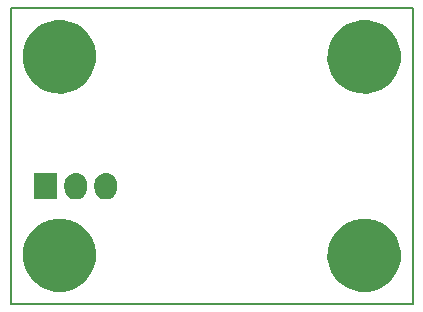
<source format=gbs>
G04 #@! TF.FileFunction,Soldermask,Bot*
%FSLAX46Y46*%
G04 Gerber Fmt 4.6, Leading zero omitted, Abs format (unit mm)*
G04 Created by KiCad (PCBNEW 4.0.1-stable) date 2016/03/05 14:46:34*
%MOMM*%
G01*
G04 APERTURE LIST*
%ADD10C,0.100000*%
%ADD11C,0.150000*%
G04 APERTURE END LIST*
D10*
D11*
X0Y25000000D02*
X34000000Y25000000D01*
X0Y0D02*
X0Y25000000D01*
X34000000Y0D02*
X34000000Y25000000D01*
X0Y0D02*
X34000000Y0D01*
D10*
G36*
X4425578Y7197677D02*
X5021055Y7075443D01*
X5581444Y6839877D01*
X6085409Y6499949D01*
X6513752Y6068605D01*
X6850153Y5562281D01*
X7081801Y5000261D01*
X7199807Y4404289D01*
X7199807Y4404279D01*
X7199873Y4403945D01*
X7190177Y3709620D01*
X7190101Y3709286D01*
X7190101Y3709274D01*
X7055504Y3116837D01*
X6808251Y2561500D01*
X6457844Y2064766D01*
X6017622Y1645549D01*
X5504367Y1319828D01*
X4937615Y1099998D01*
X4338962Y994440D01*
X3731205Y1007170D01*
X3137488Y1137707D01*
X2580444Y1381074D01*
X2081275Y1728005D01*
X1658997Y2165288D01*
X1329700Y2676256D01*
X1105920Y3241459D01*
X996183Y3839368D01*
X1004671Y4447198D01*
X1131058Y5041802D01*
X1370533Y5600538D01*
X1713971Y6102116D01*
X2148293Y6527437D01*
X2656953Y6860295D01*
X3220580Y7088015D01*
X3817700Y7201921D01*
X4425578Y7197677D01*
X4425578Y7197677D01*
G37*
G36*
X30225578Y7197677D02*
X30821055Y7075443D01*
X31381444Y6839877D01*
X31885409Y6499949D01*
X32313752Y6068605D01*
X32650153Y5562281D01*
X32881801Y5000261D01*
X32999807Y4404289D01*
X32999807Y4404279D01*
X32999873Y4403945D01*
X32990177Y3709620D01*
X32990101Y3709286D01*
X32990101Y3709274D01*
X32855504Y3116837D01*
X32608251Y2561500D01*
X32257844Y2064766D01*
X31817622Y1645549D01*
X31304367Y1319828D01*
X30737615Y1099998D01*
X30138962Y994440D01*
X29531205Y1007170D01*
X28937488Y1137707D01*
X28380444Y1381074D01*
X27881275Y1728005D01*
X27458997Y2165288D01*
X27129700Y2676256D01*
X26905920Y3241459D01*
X26796183Y3839368D01*
X26804671Y4447198D01*
X26931058Y5041802D01*
X27170533Y5600538D01*
X27513971Y6102116D01*
X27948293Y6527437D01*
X28456953Y6860295D01*
X29020580Y7088015D01*
X29617700Y7201921D01*
X30225578Y7197677D01*
X30225578Y7197677D01*
G37*
G36*
X5683710Y11051726D02*
X5683719Y11051723D01*
X5683759Y11051719D01*
X5863410Y10996107D01*
X6028838Y10906661D01*
X6173742Y10786786D01*
X6292603Y10641048D01*
X6380893Y10474999D01*
X6435248Y10294964D01*
X6453600Y10107800D01*
X6453600Y9792200D01*
X6453506Y9778746D01*
X6432543Y9591856D01*
X6375679Y9412598D01*
X6285079Y9247798D01*
X6164196Y9103734D01*
X6017632Y8985894D01*
X5850971Y8898766D01*
X5670561Y8845668D01*
X5670522Y8845664D01*
X5670514Y8845662D01*
X5483275Y8828621D01*
X5296290Y8848274D01*
X5296281Y8848277D01*
X5296241Y8848281D01*
X5116590Y8903893D01*
X4951162Y8993339D01*
X4806258Y9113214D01*
X4687397Y9258952D01*
X4599107Y9425001D01*
X4544752Y9605036D01*
X4526400Y9792200D01*
X4526400Y10107800D01*
X4526494Y10121254D01*
X4547457Y10308144D01*
X4604321Y10487402D01*
X4694921Y10652202D01*
X4815804Y10796266D01*
X4962368Y10914106D01*
X5129029Y11001234D01*
X5309439Y11054332D01*
X5309478Y11054336D01*
X5309486Y11054338D01*
X5496725Y11071379D01*
X5683710Y11051726D01*
X5683710Y11051726D01*
G37*
G36*
X8223710Y11051726D02*
X8223719Y11051723D01*
X8223759Y11051719D01*
X8403410Y10996107D01*
X8568838Y10906661D01*
X8713742Y10786786D01*
X8832603Y10641048D01*
X8920893Y10474999D01*
X8975248Y10294964D01*
X8993600Y10107800D01*
X8993600Y9792200D01*
X8993506Y9778746D01*
X8972543Y9591856D01*
X8915679Y9412598D01*
X8825079Y9247798D01*
X8704196Y9103734D01*
X8557632Y8985894D01*
X8390971Y8898766D01*
X8210561Y8845668D01*
X8210522Y8845664D01*
X8210514Y8845662D01*
X8023275Y8828621D01*
X7836290Y8848274D01*
X7836281Y8848277D01*
X7836241Y8848281D01*
X7656590Y8903893D01*
X7491162Y8993339D01*
X7346258Y9113214D01*
X7227397Y9258952D01*
X7139107Y9425001D01*
X7084752Y9605036D01*
X7066400Y9792200D01*
X7066400Y10107800D01*
X7066494Y10121254D01*
X7087457Y10308144D01*
X7144321Y10487402D01*
X7234921Y10652202D01*
X7355804Y10796266D01*
X7502368Y10914106D01*
X7669029Y11001234D01*
X7849439Y11054332D01*
X7849478Y11054336D01*
X7849486Y11054338D01*
X8036725Y11071379D01*
X8223710Y11051726D01*
X8223710Y11051726D01*
G37*
G36*
X3913600Y8834000D02*
X1986400Y8834000D01*
X1986400Y11066000D01*
X3913600Y11066000D01*
X3913600Y8834000D01*
X3913600Y8834000D01*
G37*
G36*
X4425578Y23997677D02*
X5021055Y23875443D01*
X5581444Y23639877D01*
X6085409Y23299949D01*
X6513752Y22868605D01*
X6850153Y22362281D01*
X7081801Y21800261D01*
X7199807Y21204289D01*
X7199807Y21204279D01*
X7199873Y21203945D01*
X7190177Y20509620D01*
X7190101Y20509286D01*
X7190101Y20509274D01*
X7055504Y19916837D01*
X6808251Y19361500D01*
X6457844Y18864766D01*
X6017622Y18445549D01*
X5504367Y18119828D01*
X4937615Y17899998D01*
X4338962Y17794440D01*
X3731205Y17807170D01*
X3137488Y17937707D01*
X2580444Y18181074D01*
X2081275Y18528005D01*
X1658997Y18965288D01*
X1329700Y19476256D01*
X1105920Y20041459D01*
X996183Y20639368D01*
X1004671Y21247198D01*
X1131058Y21841802D01*
X1370533Y22400538D01*
X1713971Y22902116D01*
X2148293Y23327437D01*
X2656953Y23660295D01*
X3220580Y23888015D01*
X3817700Y24001921D01*
X4425578Y23997677D01*
X4425578Y23997677D01*
G37*
G36*
X30225578Y23997677D02*
X30821055Y23875443D01*
X31381444Y23639877D01*
X31885409Y23299949D01*
X32313752Y22868605D01*
X32650153Y22362281D01*
X32881801Y21800261D01*
X32999807Y21204289D01*
X32999807Y21204279D01*
X32999873Y21203945D01*
X32990177Y20509620D01*
X32990101Y20509286D01*
X32990101Y20509274D01*
X32855504Y19916837D01*
X32608251Y19361500D01*
X32257844Y18864766D01*
X31817622Y18445549D01*
X31304367Y18119828D01*
X30737615Y17899998D01*
X30138962Y17794440D01*
X29531205Y17807170D01*
X28937488Y17937707D01*
X28380444Y18181074D01*
X27881275Y18528005D01*
X27458997Y18965288D01*
X27129700Y19476256D01*
X26905920Y20041459D01*
X26796183Y20639368D01*
X26804671Y21247198D01*
X26931058Y21841802D01*
X27170533Y22400538D01*
X27513971Y22902116D01*
X27948293Y23327437D01*
X28456953Y23660295D01*
X29020580Y23888015D01*
X29617700Y24001921D01*
X30225578Y23997677D01*
X30225578Y23997677D01*
G37*
M02*

</source>
